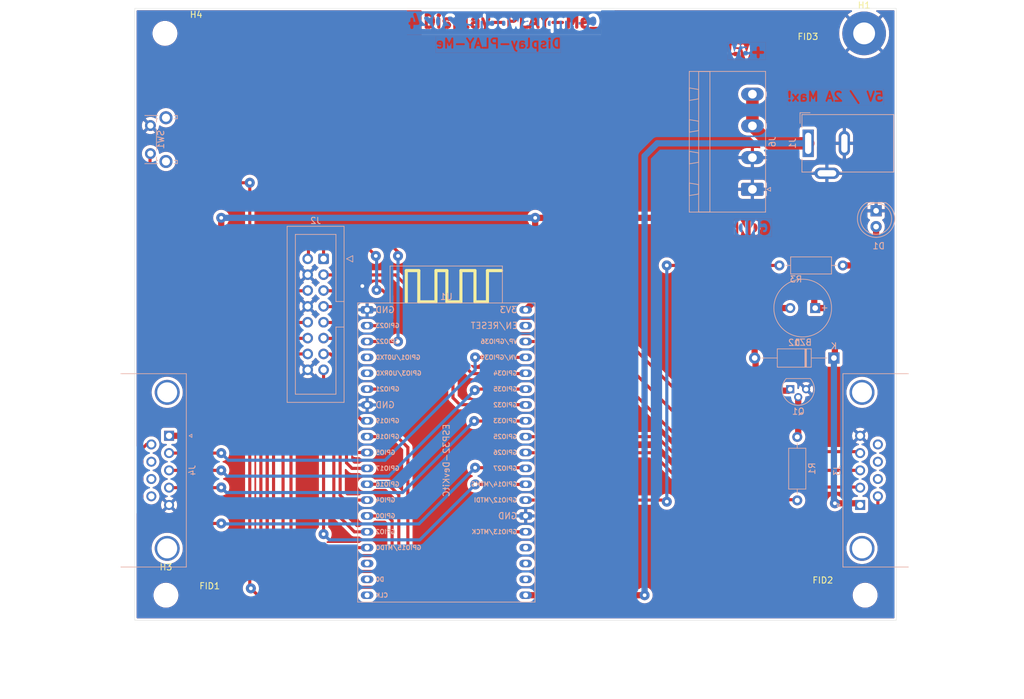
<source format=kicad_pcb>
(kicad_pcb (version 20240108) (generator "pcbnew") (generator_version "8.0")
  (title_block (title "Display-PLAY-Me") (date "2024-07-10") (rev "0.3") (company "42Nibbles") (comment 4 "Ansteuerungsplatine 32*32-RGB-DIsplay"))
  (layers (0 "F.Cu" signal) (31 "B.Cu" signal) (34 "B.Paste" user) (35 "F.Paste" user) (36 "B.SilkS" user "B.Silkscreen") (37 "F.SilkS" user "F.Silkscreen") (38 "B.Mask" user) (39 "F.Mask" user) (44 "Edge.Cuts" user))
  (net 0 "")
  (net 1 "GND")
  (net 2 "+5V")
  (net 3 "Net-(D1-A)")
  (net 8 "/B2")
  (net 9 "/D")
  (net 11 "/R1")
  (net 12 "/A")
  (net 13 "/C")
  (net 14 "/R2")
  (net 15 "Net-(J2-Pin_2)")
  (net 16 "/G2")
  (net 17 "/B1")
  (net 18 "/OE")
  (net 19 "/LAT")
  (net 20 "/B")
  (net 22 "/CLK")
  (net 23 "/SEL1")
  (net 24 "/V1")
  (net 25 "Net-(U1-SENSOR_VP{slash}GPIO36{slash}ADC1_CH0)")
  (net 26 "+3.3V")
  (net 27 "/FIRE1")
  (net 28 "/V2")
  (net 30 "/SEL2")
  (net 32 "/FIRE2")
  (net 34 "/H2")
  (net 35 "/Audio")
  (net 36 "Net-(U1-*MTDI{slash}GPIO12{slash}ADC2_CH5)")
  (net 37 "/Pause")
  (net 44 "Net-(BZ1--)")
  (net 45 "Net-(Q1-B)")
  (footprint "Fiducial:Fiducial_1.5mm_Mask3mm" (layer "F.Cu") (at 195.84 56)
    (property "Reference" "FID3" (at 0 -2.4765 0) (layer "F.SilkS"))
    (property "Value" "Fiducial")
    (pad "" smd circle (at 0 0) (size 1.5 1.5) (layers "F.Cu" "F.Mask" "Eco1.User") (clearance 0.75))
  )
  (footprint "MountingHole:MountingHole_3.5mm" (layer "F.Cu") (at 93 143)
    (property "Reference" "H3" (at 0 -4.5 0) (layer "F.SilkS"))
    (property "Value" "MountingHole")
    (pad "" np_thru_hole circle (at 0 0) (size 3.5 3.5) (drill 3.5) (layers "*.Cu" "*.Mask"))
  )
  (footprint "MountingHole:MountingHole_3.5mm" (layer "F.Cu") (at 205 143)
    (property "Reference" "H2" (hide yes))
    (property "Value" "MountingHole")
    (pad "" np_thru_hole circle (at 0 0) (size 3.5 3.5) (drill 3.5) (layers "*.Cu" "*.Mask"))
  )
  (footprint "MountingHole:MountingHole_3.5mm" (layer "F.Cu") (at 92.84 53)
    (property "Reference" "H4" (at 5 -3 0) (layer "F.SilkS"))
    (property "Value" "MountingHole")
    (pad "" np_thru_hole circle (at 0 0) (size 3.5 3.5) (drill 3.5) (layers "*.Cu" "*.Mask"))
  )
  (footprint "MountingHole:MountingHole_3.5mm_Pad_TopBottom" (layer "F.Cu") (at 204.84 53)
    (property "Reference" "H1" (at 0 -4.5 0) (layer "F.SilkS"))
    (property "Value" "MountingHole_Pad")
    (pad "1" thru_hole circle (at 0 0) (size 3.9 3.9) (drill 3.5) (layers "*.Cu" "*.Mask") (net 1 "GND"))
    (pad "1" connect circle (at 0 0) (size 7 7) (layers "F.Cu" "F.Mask") (net 1 "GND"))
    (pad "1" connect circle (at 0 0) (size 7 7) (layers "B.Cu" "B.Mask") (net 1 "GND"))
  )
  (footprint "Fiducial:Fiducial_1.5mm_Mask3mm" (layer "F.Cu") (at 100 144)
    (property "Reference" "FID1" (at 0 -2.4765 0) (layer "F.SilkS"))
    (property "Value" "Fiducial")
    (pad "" smd circle (at 0 0) (size 1.5 1.5) (layers "F.Cu" "F.Mask" "Eco1.User") (clearance 0.75))
  )
  (footprint "Fiducial:Fiducial_1.5mm_Mask3mm" (layer "F.Cu") (at 198.2216 143.0782)
    (property "Reference" "FID2" (at 0 -2.4765 0) (layer "F.SilkS"))
    (property "Value" "Fiducial")
    (pad "" smd circle (at 0 0) (size 1.5 1.5) (layers "F.Cu" "F.Mask" "Eco1.User") (clearance 0.75))
  )
  (footprint "Button_Switch_THT:SW_Tactile_SPST_Angled_PTS645Vx31-2LFS" (layer "B.Cu") (at 90.51 67.76 -90)
    (property "Reference" "SW1" (at 2.25 -1.68 90) (layer "B.SilkS") (effects (justify mirror)))
    (property "Value" "SW_Push")
    (pad "" thru_hole circle (at -1.25 -2.49 270) (size 2.1 2.1) (drill 1.3) (layers "*.Cu" "*.Mask"))
    (pad "" thru_hole circle (at 5.76 -2.49 270) (size 2.1 2.1) (drill 1.3) (layers "*.Cu" "*.Mask"))
    (pad "1" thru_hole circle (at 0 0 270) (size 1.75 1.75) (drill 0.99) (layers "*.Cu" "*.Mask") (net 1 "GND"))
    (pad "2" thru_hole circle (at 4.5 0 270) (size 1.75 1.75) (drill 0.99) (layers "*.Cu" "*.Mask") (net 37 "/Pause"))
  )
  (footprint "Diode_THT:D_A-405_P12.70mm_Horizontal" (layer "B.Cu") (at 200 105 180)
    (property "Reference" "D2" (at 6.35 2.47 0) (layer "B.SilkS") (effects (justify mirror)))
    (property "Value" "1N4148WT")
    (fp_text user "K" (at 0 1.9 0) (layer "B.SilkS") (effects (justify mirror)))
    (pad "1" thru_hole rect (at 0 0 180) (size 1.8 1.8) (drill 0.9) (layers "*.Cu" "*.Mask") (net 26 "+3.3V"))
    (pad "2" thru_hole oval (at 12.7 0 180) (size 1.8 1.8) (drill 0.9) (layers "*.Cu" "*.Mask") (net 44 "Net-(BZ1--)"))
  )
  (footprint "LED_THT:LED_D5.0mm_IRGrey" (layer "B.Cu") (at 206.756 81.413 -90)
    (property "Reference" "D1" (at 5.6438 -0.4064 0) (layer "B.SilkS") (effects (justify mirror)))
    (property "Value" "LD271")
    (pad "1" thru_hole rect (at 0 0 270) (size 1.8 1.8) (drill 0.9) (layers "*.Cu" "*.Mask") (net 1 "GND"))
    (pad "2" thru_hole circle (at 2.54 0 270) (size 1.8 1.8) (drill 0.9) (layers "*.Cu" "*.Mask") (net 3 "Net-(D1-A)"))
  )
  (footprint "Package_TO_SOT_THT:TO-92L" (layer "B.Cu") (at 193 110)
    (property "Reference" "Q1" (at 1.29 3.56 0) (layer "B.SilkS") (effects (justify mirror)))
    (property "Value" "NPN")
    (pad "1" thru_hole rect (at 0 0) (size 1.3 1.3) (drill 0.75) (layers "*.Cu" "*.Mask") (net 44 "Net-(BZ1--)"))
    (pad "2" thru_hole circle (at 1.28 1.27) (size 1.3 1.3) (drill 0.75) (layers "*.Cu" "*.Mask") (net 45 "Net-(Q1-B)"))
    (pad "3" thru_hole circle (at 2.54 0) (size 1.3 1.3) (drill 0.75) (layers "*.Cu" "*.Mask") (net 1 "GND"))
  )
  (footprint "Connector_Dsub:DSUB-9_Female_Horizontal_P2.77x2.84mm_EdgePinOffset4.94mm_Housed_MountingHolesOffset7.48mm" (layer "B.Cu") (at 93.5 117.46 90)
    (property "Reference" "J4" (at -5.54 3.7 -90) (layer "B.SilkS") (effects (justify mirror)))
    (property "Value" "Joy2")
    (pad "0" thru_hole circle (at -18.04 -0.3 90) (size 4 4) (drill 3.2) (layers "*.Cu" "*.Mask"))
    (pad "0" thru_hole circle (at 6.96 -0.3 90) (size 4 4) (drill 3.2) (layers "*.Cu" "*.Mask"))
    (pad "1" thru_hole rect (at 0 0 90) (size 1.6 1.6) (drill 1) (layers "*.Cu" "*.Mask") (net 26 "+3.3V"))
    (pad "2" thru_hole circle (at -2.77 0 90) (size 1.6 1.6) (drill 1) (layers "*.Cu" "*.Mask") (net 34 "/H2"))
    (pad "3" thru_hole circle (at -5.54 0 90) (size 1.6 1.6) (drill 1) (layers "*.Cu" "*.Mask") (net 28 "/V2"))
    (pad "4" thru_hole circle (at -8.31 0 90) (size 1.6 1.6) (drill 1) (layers "*.Cu" "*.Mask") (net 30 "/SEL2"))
    (pad "5" thru_hole circle (at -11.08 0 90) (size 1.6 1.6) (drill 1) (layers "*.Cu" "*.Mask") (net 1 "GND"))
    (pad "6" thru_hole circle (at -1.385 -2.84 90) (size 1.6 1.6) (drill 1) (layers "*.Cu" "*.Mask") (net 32 "/FIRE2"))
    (pad "7" thru_hole circle (at -4.155 -2.84 90) (size 1.6 1.6) (drill 1) (layers "*.Cu" "*.Mask"))
    (pad "8" thru_hole circle (at -6.925 -2.84 90) (size 1.6 1.6) (drill 1) (layers "*.Cu" "*.Mask"))
    (pad "9" thru_hole circle (at -9.695 -2.84 90) (size 1.6 1.6) (drill 1) (layers "*.Cu" "*.Mask"))
  )
  (footprint "Resistor_THT:R_Axial_DIN0207_L6.3mm_D2.5mm_P10.16mm_Horizontal" (layer "B.Cu") (at 191.262 90.17)
    (property "Reference" "R3" (at 2.667 2.2098 0) (layer "B.SilkS") (effects (justify mirror)))
    (property "Value" "330R")
    (pad "1" thru_hole circle (at 0 0) (size 1.6 1.6) (drill 0.8) (layers "*.Cu" "*.Mask") (net 36 "Net-(U1-*MTDI{slash}GPIO12{slash}ADC2_CH5)"))
    (pad "2" thru_hole oval (at 10.16 0) (size 1.6 1.6) (drill 0.8) (layers "*.Cu" "*.Mask") (net 3 "Net-(D1-A)"))
  )
  (footprint "Buzzer_Beeper:MagneticBuzzer_PUI_AT-0927-TT-6-R" (layer "B.Cu") (at 197 97 180)
    (property "Reference" "BZ1" (at 2 -5.5 0) (layer "B.SilkS") (effects (justify mirror)))
    (property "Value" "Buzzer")
    (fp_text user "+" (at -1.5 0.1 0) (layer "B.SilkS") (effects (justify mirror)))
    (pad "1" thru_hole rect (at 0 0 180) (size 1.6 1.6) (drill 0.9) (layers "*.Cu" "*.Mask") (net 26 "+3.3V"))
    (pad "2" thru_hole circle (at 4 0 180) (size 1.6 1.6) (drill 0.9) (layers "*.Cu" "*.Mask") (net 44 "Net-(BZ1--)"))
  )
  (footprint "Connector_BarrelJack:BarrelJack_Wuerth_6941xx301002" (layer "B.Cu") (at 195.876 70.612 -90)
    (property "Reference" "J1" (at 0 2.5 90) (layer "B.SilkS") (effects (justify mirror)))
    (property "Value" "Barrel_Jack_Switch")
    (pad "1" thru_hole rect (at 0 0 270) (size 4.4 1.8) (drill oval 3.4 1) (layers "*.Cu" "*.Mask") (net 2 "+5V"))
    (pad "2" thru_hole oval (at 0 -5.8 270) (size 4 1.8) (drill oval 3 1) (layers "*.Cu" "*.Mask") (net 1 "GND"))
    (pad "3" thru_hole oval (at 4.8 -3 180) (size 4 1.8) (drill oval 3 1) (layers "*.Cu" "*.Mask") (net 1 "GND"))
  )
  (footprint "Espressif:ESP32-DevKitC" (layer "B.Cu") (at 150.622 97.27728 180)
    (property "Reference" "U1" (at 12.70368 2.09728 0) (layer "B.SilkS") (effects (justify mirror)))
    (property "Value" "ESP32-DevKitC" (at 12.70368 -24.13272 90) (layer "B.SilkS") (effects (justify mirror)))
    (fp_text user "VP/GPIO36" (at 1.27368 -5.08272 0) (layer "B.SilkS") (effects (font (size 0.7 0.7)) (justify left mirror)))
    (fp_text user "GPIO18" (at 24.13368 -20.32272 0) (layer "B.SilkS") (effects (font (size 0.7 0.7)) (justify right mirror)))
    (fp_text user "GPIO1/U0TXD" (at 24.13368 -7.62272 0) (layer "B.SilkS") (effects (font (size 0.7 0.7)) (justify right mirror)))
    (fp_text user "GND" (at 1.27368 -33.02272 0) (layer "B.SilkS") (effects (justify left mirror)))
    (fp_text user "CLK" (at 24.13368 -45.72272 0) (layer "B.SilkS") (effects (font (size 0.7 0.7)) (justify right mirror)))
    (fp_text user "GPIO0" (at 24.13368 -33.02272 0) (layer "B.SilkS") (effects (font (size 0.7 0.7)) (justify right mirror)))
    (fp_text user "GPIO27" (at 1.27368 -25.40272 0) (layer "B.SilkS") (effects (font (size 0.7 0.7)) (justify left mirror)))
    (fp_text user "GND" (at 24.13368 -0.00272 0) (layer "B.SilkS") (effects (justify right mirror)))
    (fp_text user "GPIO21" (at 24.13368 -12.70272 0) (layer "B.SilkS") (effects (font (size 0.7 0.7)) (justify right mirror)))
    (fp_text user "GPIO25" (at 1.27368 -20.32272 0) (layer "B.SilkS") (effects (font (size 0.7 0.7)) (justify left mirror)))
    (fp_text user "D0" (at 24.13368 -43.18272 0) (layer "B.SilkS") (effects (font (size 0.7 0.7)) (justify right mirror)))
    (fp_text user "GPIO34" (at 1.27368 -10.16272 0) (layer "B.SilkS") (effects (font (size 0.7 0.7)) (justify left mirror)))
    (fp_text user "EN/RESET" (at 8.89 -2.54 0) (layer "B.SilkS") (effects (justify right mirror)))
    (fp_text user "GPIO23" (at 24.13368 -2.54272 0) (layer "B.SilkS") (effects (font (size 0.7 0.7)) (justify right mirror)))
    (fp_text user "GPIO15/MTDO" (at 24.13368 -38.10272 0) (layer "B.SilkS") (effects (font (size 0.7 0.7)) (justify right mirror)))
    (fp_text user "VN/GPIO39" (at 1.27368 -7.62272 0) (layer "B.SilkS") (effects (font (size 0.7 0.7)) (justify left mirror)))
    (fp_text user "GPIO2" (at 24.13368 -35.56272 0) (layer "B.SilkS") (effects (font (size 0.7 0.7)) (justify right mirror)))
    (fp_text user "3V3" (at 1.27368 -0.00272 0) (layer "B.SilkS") (effects (justify left mirror)))
    (fp_text user "GPIO22" (at 24.13368 -5.08272 0) (layer "B.SilkS") (effects (font (size 0.7 0.7)) (justify right mirror)))
    (fp_text user "GPIO26" (at 1.27368 -22.86272 0) (layer "B.SilkS") (effects (font (size 0.7 0.7)) (justify left mirror)))
    (fp_text user "GPIO17" (at 24.13368 -25.40272 0) (layer "B.SilkS") (effects (font (size 0.7 0.7)) (justify right mirror)))
    (fp_text user "GPIO14/MTMS" (at 1.27368 -27.94272 0) (layer "B.SilkS") (effects (font (size 0.7 0.7)) (justify left mirror)))
    (fp_text user "GPIO19" (at 24.13368 -17.78272 0) (layer "B.SilkS") (effects (font (size 0.7 0.7)) (justify right mirror)))
    (fp_text user "GPIO32" (at 1.27368 -15.24272 0) (layer "B.SilkS") (effects (font (size 0.7 0.7)) (justify left mirror)))
    (fp_text user "GPIO35" (at 1.27368 -12.70272 0) (layer "B.SilkS") (effects (font (size 0.7 0.7)) (justify left mirror)))
    (fp_text user "GPIO5" (at 24.13368 -22.86272 0) (layer "B.SilkS") (effects (font (size 0.7 0.7)) (justify right mirror)))
    (fp_text user "GPIO33" (at 1.27368 -17.78272 0) (layer "B.SilkS") (effects (font (size 0.7 0.7)) (justify left mirror)))
    (fp_text user "GPIO16" (at 24.13368 -27.94272 0) (layer "B.SilkS") (effects (font (size 0.7 0.7)) (justify right mirror)))
    (fp_text user "GPIO13/MTCK" (at 1.27368 -35.56272 0) (layer "B.SilkS") (effects (font (size 0.7 0.7)) (justify left mirror)))
    (fp_text user "GPIO12/MTDI" (at 1.27368 -30.48272 0) (layer "B.SilkS") (effects (font (size 0.7 0.7)) (justify left mirror)))
    (fp_text user "GND" (at 24.13368 -15.24272 0) (layer "B.SilkS") (effects (justify right mirror)))
    (fp_text user "GPIO4" (at 24.13368 -30.48272 0) (layer "B.SilkS") (effects (font (size 0.7 0.7)) (justify right mirror)))
    (fp_text user "GPIO3/U0RXD" (at 24.13368 -10.16272 0) (layer "B.SilkS") (effects (font (size 0.7 0.7)) (justify right mirror)))
    (pad "1" thru_hole oval (at 0.00368 -0.00272 270) (size 1.2 2) (drill 0.8) (layers "*.Cu" "*.Mask") (net 26 "+3.3V"))
    (pad "2" thru_hole oval (at 0.00368 -2.54272 270) (size 1.2 2) (drill 0.8) (layers "*.Cu" "*.Mask"))
    (pad "3" thru_hole oval (at 0.00368 -5.08272 270) (size 1.2 2) (drill 0.8) (layers "*.Cu" "*.Mask") (net 25 "Net-(U1-SENSOR_VP{slash}GPIO36{slash}ADC1_CH0)"))
    (pad "4" thru_hole oval (at 0.00368 -7.62272 270) (size 1.2 2) (drill 0.8) (layers "*.Cu" "*.Mask") (net 34 "/H2"))
    (pad "5" thru_hole oval (at 0.00368 -10.16272 270) (size 1.2 2) (drill 0.8) (layers "*.Cu" "*.Mask") (net 24 "/V1"))
    (pad "6" thru_hole oval (at 0.00368 -12.70272 270) (size 1.2 2) (drill 0.8) (layers "*.Cu" "*.Mask") (net 28 "/V2"))
    (pad "7" thru_hole oval (at 0.00368 -15.24272 270) (size 1.2 2) (drill 0.8) (layers "*.Cu" "*.Mask") (net 23 "/SEL1"))
    (pad "8" thru_hole oval (at 0.00368 -17.78272 270) (size 1.2 2) (drill 0.8) (layers "*.Cu" "*.Mask") (net 30 "/SEL2"))
    (pad "9" thru_hole oval (at 0.00368 -20.32272 270) (size 1.2 2) (drill 0.8) (layers "*.Cu" "*.Mask") (net 35 "/Audio"))
    (pad "10" thru_hole oval (at 0.00368 -22.86272 270) (size 1.2 2) (drill 0.8) (layers "*.Cu" "*.Mask") (net 27 "/FIRE1"))
    (pad "11" thru_hole oval (at 0.00368 -25.40272 270) (size 1.2 2) (drill 0.8) (layers "*.Cu" "*.Mask") (net 32 "/FIRE2"))
    (pad "12" thru_hole oval (at 0.00368 -27.94272 270) (size 1.2 2) (drill 0.8) (layers "*.Cu" "*.Mask") (net 18 "/OE"))
    (pad "13" thru_hole oval (at 0.00368 -30.48272 270) (size 1.2 2) (drill 0.8) (layers "*.Cu" "*.Mask") (net 36 "Net-(U1-*MTDI{slash}GPIO12{slash}ADC2_CH5)"))
    (pad "14" thru_hole roundrect (at 0.00368 -33.02272 270) (size 1.2 2) (drill 0.8) (layers "*.Cu" "*.Mask") (net 1 "GND"))
    (pad "15" thru_hole oval (at 0.00368 -35.56272 270) (size 1.2 2) (drill 0.8) (layers "*.Cu" "*.Mask") (net 37 "/Pause"))
    (pad "16" thru_hole oval (at 0.00368 -38.10272 270) (size 1.2 2) (drill 0.8) (layers "*.Cu" "*.Mask"))
    (pad "17" thru_hole oval (at 0.00368 -40.64272 270) (size 1.2 2) (drill 0.8) (layers "*.Cu" "*.Mask"))
    (pad "18" thru_hole oval (at 0.00368 -43.18272 270) (size 1.2 2) (drill 0.8) (layers "*.Cu" "*.Mask"))
    (pad "19" thru_hole oval (at 0.00368 -45.72272 270) (size 1.2 2) (drill 0.8) (layers "*.Cu" "*.Mask") (net 2 "+5V"))
    (pad "20" thru_hole oval (at 25.4 -45.72 270) (size 1.2 2) (drill 0.8) (layers "*.Cu" "*.Mask"))
    (pad "21" thru_hole oval (at 25.4 -43.18 270) (size 1.2 2) (drill 0.8) (layers "*.Cu" "*.Mask"))
    (pad "22" thru_hole oval (at 25.40368 -40.64272 270) (size 1.2 2) (drill 0.8) (layers "*.Cu" "*.Mask"))
    (pad "23" thru_hole oval (at 25.40368 -38.10272 270) (size 1.2 2) (drill 0.8) (layers "*.Cu" "*.Mask") (net 19 "/LAT"))
    (pad "24" thru_hole oval (at 25.40368 -35.56272 270) (size 1.2 2) (drill 0.8) (layers "*.Cu" "*.Mask") (net 22 "/CLK"))
    (pad "25" thru_hole oval (at 25.40368 -33.02272 270) (size 1.2 2) (drill 0.8) (layers "*.Cu" "*.Mask") (net 9 "/D"))
    (pad "26" thru_hole oval (at 25.40368 -30.48272 270) (size 1.2 2) (drill 0.8) (layers "*.Cu" "*.Mask") (net 13 "/C"))
    (pad "27" thru_hole oval (at 25.40368 -27.94272 270) (size 1.2 2) (drill 0.8) (layers "*.Cu" "*.Mask") (net 20 "/B"))
    (pad "28" thru_hole oval (at 25.40368 -25.40272 270) (size 1.2 2) (drill 0.8) (layers "*.Cu" "*.Mask") (net 12 "/A"))
    (pad "29" thru_hole oval (at 25.40368 -22.86272 270) (size 1.2 2) (drill 0.8) (layers "*.Cu" "*.Mask") (net 8 "/B2"))
    (pad "30" thru_hole oval (at 25.40368 -20.32272 270) (size 1.2 2) (drill 0.8) (layers "*.Cu" "*.Mask") (net 16 "/G2"))
    (pad "31" thru_hole oval (at 25.40368 -17.78272 270) (size 1.2 2) (drill 0.8) (layers "*.Cu" "*.Mask") (net 14 "/R2"))
    (pad "32" thru_hole oval (at 25.40368 -15.24272 270) (size 1.2 2) (drill 0.8) (layers "*.Cu" "*.Mask") (net 1 "GND"))
    (pad "33" thru_hole oval (at 25.40368 -12.70272 270) (size 1.2 2) (drill 0.8) (layers "*.Cu" "*.Mask") (net 17 "/B1"))
    (pad "34" thru_hole oval (at 25.40368 -10.16272 270) (size 1.2 2) (drill 0.8) (layers "*.Cu" "*.Mask"))
    (pad "35" thru_hole oval (at 25.40368 -7.62272 270) (size 1.2 2) (drill 0.8) (layers "*.Cu" "*.Mask"))
    (pad "36" thru_hole oval (at 25.40368 -5.08272 270) (size 1.2 2) (drill 0.8) (layers "*.Cu" "*.Mask") (net 15 "Net-(J2-Pin_2)"))
    (pad "37" thru_hole oval (at 25.40368 -2.54272 270) (size 1.2 2) (drill 0.8) (layers "*.Cu" "*.Mask") (net 11 "/R1"))
    (pad "38" thru_hole roundrect (at 25.40368 -0.00272 270) (size 1.2 2) (drill 0.8) (layers "*.Cu" "*.Mask") (net 1 "GND"))
  )
  (footprint "Connector_Phoenix_MSTB:PhoenixContact_MSTBA_2,5_4-G-5,08_1x04_P5.08mm_Horizontal" (layer "B.Cu") (at 186.944 77.978 90)
    (property "Reference" "J6" (at 7.62 3.2 90) (layer "B.SilkS") (effects (justify mirror)))
    (property "Value" "+5V-Display")
    (pad "1" thru_hole roundrect (at 0 0 90) (size 2.08 3.6) (drill 1.4) (layers "*.Cu" "*.Mask") (roundrect_rratio 0.120192) (net 1 "GND"))
    (pad "2" thru_hole oval (at 5.08 0 90) (size 2.08 3.6) (drill 1.4) (layers "*.Cu" "*.Mask") (net 1 "GND"))
    (pad "3" thru_hole oval (at 10.16 0 90) (size 2.08 3.6) (drill 1.4) (layers "*.Cu" "*.Mask") (net 2 "+5V"))
    (pad "4" thru_hole oval (at 15.24 0 90) (size 2.08 3.6) (drill 1.4) (layers "*.Cu" "*.Mask") (net 2 "+5V"))
  )
  (footprint "Connector_IDC:IDC-Header_2x08_P2.54mm_Vertical" (layer "B.Cu") (at 118.2475 89.11 180)
    (property "Reference" "J2" (at 1.27 6.1 0) (layer "B.SilkS") (effects (justify mirror)))
    (property "Value" "Display-IN" (hide yes))
    (pad "1" thru_hole roundrect (at 0 0 180) (size 1.7 1.7) (drill 1) (layers "*.Cu" "*.Mask") (roundrect_rratio 0.147059) (net 11 "/R1"))
    (pad "2" thru_hole circle (at 2.54 0 180) (size 1.7 1.7) (drill 1) (layers "*.Cu" "*.Mask") (net 15 "Net-(J2-Pin_2)"))
    (pad "3" thru_hole circle (at 0 -2.54 180) (size 1.7 1.7) (drill 1) (layers "*.Cu" "*.Mask") (net 17 "/B1"))
    (pad "4" thru_hole circle (at 2.54 -2.54 180) (size 1.7 1.7) (drill 1) (layers "*.Cu" "*.Mask") (net 1 "GND"))
    (pad "5" thru_hole circle (at 0 -5.08 180) (size 1.7 1.7) (drill 1) (layers "*.Cu" "*.Mask") (net 14 "/R2"))
    (pad "6" thru_hole circle (at 2.54 -5.08 180) (size 1.7 1.7) (drill 1) (layers "*.Cu" "*.Mask") (net 16 "/G2"))
    (pad "7" thru_hole circle (at 0 -7.62 180) (size 1.7 1.7) (drill 1) (layers "*.Cu" "*.Mask") (net 8 "/B2"))
    (pad "8" thru_hole circle (at 2.54 -7.62 180) (size 1.7 1.7) (drill 1) (layers "*.Cu" "*.Mask") (net 1 "GND"))
    (pad "9" thru_hole circle (at 0 -10.16 180) (size 1.7 1.7) (drill 1) (layers "*.Cu" "*.Mask") (net 12 "/A"))
    (pad "10" thru_hole circle (at 2.54 -10.16 180) (size 1.7 1.7) (drill 1) (layers "*.Cu" "*.Mask") (net 20 "/B"))
    (pad "11" thru_hole circle (at 0 -12.7 180) (size 1.7 1.7) (drill 1) (layers "*.Cu" "*.Mask") (net 13 "/C"))
    (pad "12" thru_hole circle (at 2.54 -12.7 180) (size 1.7 1.7) (drill 1) (layers "*.Cu" "*.Mask") (net 9 "/D"))
    (pad "13" thru_hole circle (at 0 -15.24 180) (size 1.7 1.7) (drill 1) (layers "*.Cu" "*.Mask") (net 22 "/CLK"))
    (pad "14" thru_hole circle (at 2.54 -15.24 180) (size 1.7 1.7) (drill 1) (layers "*.Cu" "*.Mask") (net 19 "/LAT"))
    (pad "15" thru_hole circle (at 0 -17.78 180) (size 1.7 1.7) (drill 1) (layers "*.Cu" "*.Mask") (net 18 "/OE"))
    (pad "16" thru_hole circle (at 2.54 -17.78 180) (size 1.7 1.7) (drill 1) (layers "*.Cu" "*.Mask") (net 1 "GND"))
  )
  (footprint "Resistor_THT:R_Axial_DIN0207_L6.3mm_D2.5mm_P10.16mm_Horizontal" (layer "B.Cu") (at 194.125 127.805 90)
    (property "Reference" "R1" (at 5.08 2.37 90) (layer "B.SilkS") (effects (justify mirror)))
    (property "Value" "1k")
    (pad "1" thru_hole circle (at 0 0 90) (size 1.6 1.6) (drill 0.8) (layers "*.Cu" "*.Mask") (net 35 "/Audio"))
    (pad "2" thru_hole oval (at 10.16 0 90) (size 1.6 1.6) (drill 0.8) (layers "*.Cu" "*.Mask") (net 45 "Net-(Q1-B)"))
  )
  (footprint "Connector_Dsub:DSUB-9_Female_Horizontal_P2.77x2.84mm_EdgePinOffset4.94mm_Housed_MountingHolesOffset7.48mm" (layer "B.Cu") (at 204.2 128.54 -90)
    (property "Reference" "J3" (at -5.54 3.7 90) (layer "B.SilkS") (effects (justify mirror)))
    (property "Value" "Joy1")
    (pad "0" thru_hole circle (at -18.04 -0.3 270) (size 4 4) (drill 3.2) (layers "*.Cu" "*.Mask"))
    (pad "0" thru_hole circle (at 6.96 -0.3 270) (size 4 4) (drill 3.2) (layers "*.Cu" "*.Mask"))
    (pad "1" thru_hole rect (at 0 0 270) (size 1.6 1.6) (drill 1) (layers "*.Cu" "*.Mask") (net 26 "+3.3V"))
    (pad "2" thru_hole circle (at -2.77 0 270) (size 1.6 1.6) (drill 1) (layers "*.Cu" "*.Mask") (net 25 "Net-(U1-SENSOR_VP{slash}GPIO36{slash}ADC1_CH0)"))
    (pad "3" thru_hole circle (at -5.54 0 270) (size 1.6 1.6) (drill 1) (layers "*.Cu" "*.Mask") (net 24 "/V1"))
    (pad "4" thru_hole circle (at -8.31 0 270) (size 1.6 1.6) (drill 1) (layers "*.Cu" "*.Mask") (net 23 "/SEL1"))
    (pad "5" thru_hole circle (at -11.08 0 270) (size 1.6 1.6) (drill 1) (layers "*.Cu" "*.Mask") (net 1 "GND"))
    (pad "6" thru_hole circle (at -1.385 -2.84 270) (size 1.6 1.6) (drill 1) (layers "*.Cu" "*.Mask") (net 27 "/FIRE1"))
    (pad "7" thru_hole circle (at -4.155 -2.84 270) (size 1.6 1.6) (drill 1) (layers "*.Cu" "*.Mask"))
    (pad "8" thru_hole circle (at -6.925 -2.84 270) (size 1.6 1.6) (drill 1) (layers "*.Cu" "*.Mask"))
    (pad "9" thru_hole circle (at -9.695 -2.84 270) (size 1.6 1.6) (drill 1) (layers "*.Cu" "*.Mask"))
  )
  (gr_line (start 140.25 91) (end 142.5 91) (stroke (width 0.5)) (layer "F.SilkS"))
  (gr_line (start 140.25 96) (end 140.25 91) (stroke (width 0.5)) (layer "F.SilkS"))
  (gr_line (start 131.5 91) (end 133.5 91) (stroke (width 0.5)) (layer "F.SilkS"))
  (gr_line (start 131.5 96) (end 131.5 91) (stroke (width 0.5)) (layer "F.SilkS"))
  (gr_line (start 144.5 91) (end 146.75 91) (stroke (width 0.5)) (layer "F.SilkS"))
  (gr_line (start 138 91) (end 138 96) (stroke (width 0.5)) (layer "F.SilkS"))
  (gr_line (start 144.5 96) (end 144.5 91) (stroke (width 0.5)) (layer "F.SilkS"))
  (gr_line (start 142.5 96) (end 144.5 96) (stroke (width 0.5)) (layer "F.SilkS"))
  (gr_line (start 138 96) (end 140.25 96) (stroke (width 0.5)) (layer "F.SilkS"))
  (gr_line (start 142.5 91) (end 142.5 96) (stroke (width 0.5)) (layer "F.SilkS"))
  (gr_line (start 136.25 96) (end 136.25 91) (stroke (width 0.5)) (layer "F.SilkS"))
  (gr_line (start 136.25 91) (end 138 91) (stroke (width 0.5)) (layer "F.SilkS"))
  (gr_line (start 133.5 91) (end 133.5 96) (stroke (width 0.5)) (layer "F.SilkS"))
  (gr_line (start 133.5 96) (end 136.25 96) (stroke (width 0.5)) (layer "F.SilkS"))
  (gr_line (start 88 49) (end 210 49) (stroke (width 0.05)) (layer "Edge.Cuts"))
  (gr_line (start 210 147) (end 210 49) (stroke (width 0.05)) (layer "Edge.Cuts"))
  (gr_line (start 88 115.5) (end 88 49) (stroke (width 0.05)) (layer "Edge.Cuts"))
  (gr_line (start 88 115.5) (end 88 147) (stroke (width 0.05)) (layer "Edge.Cuts"))
  (gr_line (start 88 147) (end 210 147) (stroke (width 0.05)) (layer "Edge.Cuts"))
  (gr_text "GND" (at 182.245 85.344 0) (layer "F.Cu" knockout) (effects (font (size 1.9 1.9) (thickness 0.475) (bold yes)) (justify left bottom)))
  (gr_text "+5V" (at 180.721 57.15 0) (layer "F.Cu" knockout) (effects (font (size 1.9 1.9) (thickness 0.475) (bold yes)) (justify left bottom)))
  (gr_text "Display-PLAY-Me_2\n" (at 133.9012 52.2794 0) (layer "F.Cu") (effects (font (size 2 2) (thickness 0.5) (bold yes)) (justify left bottom)))
  (gr_text "Audio" (at 209 106 90) (layer "F.Cu" knockout) (effects (font (size 1.5 1.5) (thickness 0.3) (bold yes)) (justify left bottom)))
  (gr_text "5V / 2A Max!" (at 208.153 64.008 0) (layer "B.Cu" knockout) (effects (font (size 1.5 1.5) (thickness 0.3) (bold yes)) (justify left bottom mirror)))
  (gr_text "GND" (at 190.246 85.344 0) (layer "B.Cu" knockout) (effects (font (size 1.9 1.9) (thickness 0.475) (bold yes)) (justify left bottom mirror)))
  (gr_text "+5V" (at 189.357 57.023 0) (layer "B.Cu" knockout) (effects (font (size 1.9 1.9) (thickness 0.475) (bold yes)) (justify left bottom mirror)))
  (gr_text "C@mpuswoche 2024" (at 162.908 52.324 0) (layer "B.Cu" knockout) (effects (font (size 2 2) (thickness 0.5) (bold yes)) (justify left bottom mirror)))
  (gr_text "Display-PLAY-Me" (at 156.5 55.5 0) (layer "B.Cu" knockout) (effects (font (size 1.5 1.5) (thickness 0.3) (bold yes)) (justify left bottom mirror)))
  (via (at 124.46 93.472) (size 1.6) (drill 0.6) (layers "F.Cu" "B.Cu") (net 1))
  (segment (start 150.61832 143) (end 169.67 143) (width 1) (layer "F.Cu") (net 2))
  (segment (start 189.738 70.612) (end 186.944 67.818) (width 2) (layer "F.Cu") (net 2))
  (segment (start 186.944 67.818) (end 186.944 62.738) (width 2) (layer "F.Cu") (net 2))
  (segment (start 169.672 143.002) (end 169.67 143) (width 1) (layer "F.Cu") (net 2))
  (segment (start 195.876 70.612) (end 189.738 70.612) (width 2) (layer "F.Cu") (net 2))
  (via (at 169.67 143) (size 1.6) (drill 0.6) (layers "F.Cu" "B.Cu") (net 2))
  (segment (start 171.704 70.612) (end 195.876 70.612) (width 1) (layer "B.Cu") (net 2))
  (segment (start 169.67 72.646) (end 171.704 70.612) (width 1) (layer "B.Cu") (net 2))
  (segment (start 169.67 143) (end 169.67 72.646) (width 1) (layer "B.Cu") (net 2))
  (segment (start 204.724 90.17) (end 206.756 88.138) (width 1) (layer "F.Cu") (net 3))
  (segment (start 201.422 90.17) (end 204.724 90.17) (width 1) (layer "F.Cu") (net 3))
  (segment (start 206.756 88.138) (end 206.756 83.953) (width 1) (layer "F.Cu") (net 3))
  (segment (start 118.2915 96.774) (end 118.2475 96.73) (width 0.5) (layer "F.Cu") (net 8))
  (segment (start 122.682 119.38) (end 122.682 98.044) (width 0.5) (layer "F.Cu") (net 8))
  (segment (start 122.682 98.044) (end 121.412 96.774) (width 0.5) (layer "F.Cu") (net 8))
  (segment (start 125.21832 120.14) (end 123.442 120.14) (width 0.5) (layer "F.Cu") (net 8))
  (segment (start 123.442 120.14) (end 122.682 119.38) (width 0.5) (layer "F.Cu") (net 8))
  (segment (start 121.412 96.774) (end 118.2915 96.774) (width 0.5) (layer "F.Cu") (net 8))
  (segment (start 129.225 135.9) (end 128.473 136.652) (width 0.5) (layer "F.Cu") (net 9))
  (segment (start 113.284 101.854) (end 115.6635 101.854) (width 0.5) (layer "F.Cu") (net 9))
  (segment (start 114.3 136.652) (end 111.76 134.112) (width 0.5) (layer "F.Cu") (net 9))
  (segment (start 128.45 130.3) (end 129.225 131.075) (width 0.5) (layer "F.Cu") (net 9))
  (segment (start 111.76 103.378) (end 113.284 101.854) (width 0.5) (layer "F.Cu") (net 9))
  (segment (start 129.225 131.075) (end 129.225 135.9) (width 0.5) (layer "F.Cu") (net 9))
  (segment (start 115.6635 101.854) (end 115.7075 101.81) (width 0.5) (layer "F.Cu") (net 9))
  (segment (start 128.473 136.652) (end 114.3 136.652) (width 0.5) (layer "F.Cu") (net 9))
  (segment (start 125.21832 130.3) (end 128.45 130.3) (width 0.5) (layer "F.Cu") (net 9))
  (segment (start 111.76 134.112) (end 111.76 103.378) (width 0.5) (layer "F.Cu") (net 9))
  (segment (start 126.746 94.107) (end 127.635 94.107) (width 0.5) (layer "F.Cu") (net 11))
  (segment (start 128.651 98.552) (end 127.383 99.82) (width 0.5) (layer "F.Cu") (net 11))
  (segment (start 128.651 95.123) (end 128.651 98.552) (width 0.5) (layer "F.Cu") (net 11))
  (segment (start 118.2475 87.4925) (end 118.2475 89.11) (width 0.5) (layer "F.Cu") (net 11))
  (segment (start 119.126 86.614) (end 118.2475 87.4925) (width 0.5) (layer "F.Cu") (net 11))
  (segment (start 127.383 99.82) (end 125.21832 99.82) (width 0.5) (layer "F.Cu") (net 11))
  (segment (start 126.619 88.646) (end 124.587 86.614) (width 0.5) (layer "F.Cu") (net 11))
  (segment (start 124.587 86.614) (end 119.126 86.614) (width 0.5) (layer "F.Cu") (net 11))
  (segment (start 127.635 94.107) (end 128.651 95.123) (width 0.5) (layer "F.Cu") (net 11))
  (via (at 126.619 88.646) (size 1.6) (drill 0.6) (layers "F.Cu" "B.Cu") (net 11))
  (via (at 126.746 94.107) (size 1.6) (drill 0.6) (layers "F.Cu" "B.Cu") (net 11))
  (segment (start 126.746 88.773) (end 126.746 94.107) (width 0.5) (layer "B.Cu") (net 11))
  (segment (start 126.619 88.646) (end 126.746 88.773) (width 0.5) (layer "B.Cu") (net 11))
  (segment (start 121.92 121.793) (end 121.92 100.584) (width 0.5) (layer "F.Cu") (net 12))
  (segment (start 122.807 122.68) (end 121.92 121.793) (width 0.5) (layer "F.Cu") (net 12))
  (segment (start 125.21832 122.68) (end 122.807 122.68) (width 0.5) (layer "F.Cu") (net 12))
  (segment (start 118.2915 99.314) (end 118.2475 99.27) (width 0.5) (layer "F.Cu") (net 12))
  (segment (start 121.92 100.584) (end 120.65 99.314) (width 0.5) (layer "F.Cu") (net 12))
  (segment (start 120.65 99.314) (end 118.2915 99.314) (width 0.5) (layer "F.Cu") (net 12))
  (segment (start 120.904 127) (end 120.904 102.362) (width 0.5) (layer "F.Cu") (net 13))
  (segment (start 120.904 102.362) (end 120.396 101.854) (width 0.5) (layer "F.Cu") (net 13))
  (segment (start 120.396 101.854) (end 118.2915 101.854) (width 0.5) (layer "F.Cu") (net 13))
  (segment (start 121.664 127.76) (end 120.904 127) (width 0.5) (layer "F.Cu") (net 13))
  (segment (start 118.2915 101.854) (end 118.2475 101.81) (width 0.5) (layer "F.Cu") (net 13))
  (segment (start 125.21832 127.76) (end 121.664 127.76) (width 0.5) (layer "F.Cu") (net 13))
  (segment (start 123.444 94.996) (end 122.682 94.234) (width 0.5) (layer "F.Cu") (net 14))
  (segment (start 124.458 115.06) (end 123.444 114.046) (width 0.5) (layer "F.Cu") (net 14))
  (segment (start 125.21832 115.06) (end 124.458 115.06) (width 0.5) (layer "F.Cu") (net 14))
  (segment (start 123.444 114.046) (end 123.444 94.996) (width 0.5) (layer "F.Cu") (net 14))
  (segment (start 118.2915 94.234) (end 118.2475 94.19) (width 0.5) (layer "F.Cu") (net 14))
  (segment (start 122.682 94.234) (end 118.2915 94.234) (width 0.5) (layer "F.Cu") (net 14))
  (segment (start 130.173 102.36) (end 125.21832 102.36) (width 0.5) (layer "F.Cu") (net 15))
  (segment (start 127.254 85.09) (end 117.094 85.09) (width 0.5) (layer "F.Cu") (net 15))
  (segment (start 117.094 85.09) (end 115.824 86.36) (width 0.5) (layer "F.Cu") (net 15))
  (segment (start 130.175 88.646) (end 130.175 88.011) (width 0.5) (layer "F.Cu") (net 15))
  (segment (start 130.175 102.362) (end 130.173 102.36) (width 0.5) (layer "F.Cu") (net 15))
  (segment (start 115.824 86.36) (end 115.824 88.9935) (width 0.5) (layer "F.Cu") (net 15))
  (segment (start 115.824 88.9935) (end 115.7075 89.11) (width 0.5) (layer "F.Cu") (net 15))
  (segment (start 130.175 88.011) (end 127.254 85.09) (width 0.5) (layer "F.Cu") (net 15))
  (via (at 130.175 88.646) (size 1.6) (drill 0.6) (layers "F.Cu" "B.Cu") (net 15))
  (via (at 130.175 102.362) (size 1.6) (drill 0.6) (layers "F.Cu" "B.Cu") (net 15))
  (segment (start 130.175 88.646) (end 130.175 102.362) (width 0.5) (layer "B.Cu") (net 15))
  (segment (start 130.025 117.6) (end 131.75 119.325) (width 0.5) (layer "F.Cu") (net 16))
  (segment (start 129.643 141.732) (end 114.3 141.732) (width 0.5) (layer "F.Cu") (net 16))
  (segment (start 125.21832 117.6) (end 130.025 117.6) (width 0.5) (layer "F.Cu") (net 16))
  (segment (start 108.204 135.636) (end 108.204 95.504) (width 0.5) (layer "F.Cu") (net 16))
  (segment (start 131.75 139.625) (end 129.643 141.732) (width 0.5) (layer "F.Cu") (net 16))
  (segment (start 115.6635 94.234) (end 115.7075 94.19) (width 0.5) (layer "F.Cu") (net 16))
  (segment (start 114.3 141.732) (end 108.204 135.636) (width 0.5) (layer "F.Cu") (net 16))
  (segment (start 109.474 94.234) (end 115.6635 94.234) (width 0.5) (layer "F.Cu") (net 16))
  (segment (start 108.204 95.504) (end 109.474 94.234) (width 0.5) (layer "F.Cu") (net 16))
  (segment (start 131.75 119.325) (end 131.75 139.625) (width 0.5) (layer "F.Cu") (net 16))
  (segment (start 129.794 91.694) (end 118.2915 91.694) (width 0.5) (layer "F.Cu") (net 17))
  (segment (start 125.21832 109.98) (end 130.05 109.98) (width 0.5) (layer "F.Cu") (net 17))
  (segment (start 118.2915 91.694) (end 118.2475 91.65) (width 0.5) (layer "F.Cu") (net 17))
  (segment (start 130.05 109.98) (end 132.588 107.442) (width 0.5) (layer "F.Cu") (net 17))
  (segment (start 132.588 107.442) (end 132.588 94.488) (width 0.5) (layer "F.Cu") (net 17))
  (segment (start 132.588 94.488) (end 129.794 91.694) (width 0.5) (layer "F.Cu") (net 17))
  (segment (start 150.58832 125.25) (end 150.61832 125.22) (width 0.5) (layer "F.Cu") (net 18))
  (segment (start 118.2475 133.2125) (end 118.2475 106.89) (width 0.5) (layer "F.Cu") (net 18))
  (segment (start 118.2475 133.2125) (end 118.7345 133.2125) (width 0.5) (layer "F.Cu") (net 18))
  (segment (start 142.55 125.25) (end 150.58832 125.25) (width 0.5) (layer "F.Cu") (net 18))
  (via (at 142.55 125.25) (size 1.6) (drill 0.6) (layers "F.Cu" "B.Cu") (net 18))
  (via (at 118.2475 133.2125) (size 1.6) (drill 0.6) (layers "F.Cu" "B.Cu") (net 18))
  (segment (start 118.2475 133.2125) (end 119.16 134.125) (width 0.5) (layer "B.Cu") (net 18))
  (segment (start 119.16 134.125) (end 133.675 134.125) (width 0.5) (layer "B.Cu") (net 18))
  (segment (start 133.675 134.125) (end 142.55 125.25) (width 0.5) (layer "B.Cu") (net 18))
  (segment (start 114.344 104.35) (end 113.03 105.664) (width 0.5) (layer "F.Cu") (net 19))
  (segment (start 125.21632 135.382) (end 125.21832 135.38) (width 0.5) (layer "F.Cu") (net 19))
  (segment (start 113.03 133.35) (end 115.062 135.382) (width 0.5) (layer "F.Cu") (net 19))
  (segment (start 115.7075 104.35) (end 114.344 104.35) (width 0.5) (layer "F.Cu") (net 19))
  (segment (start 115.062 135.382) (end 125.21632 135.382) (width 0.5) (layer "F.Cu") (net 19))
  (segment (start 113.03 105.664) (end 113.03 133.35) (width 0.5) (layer "F.Cu") (net 19))
  (segment (start 112.268 99.314) (end 115.6635 99.314) (width 0.5) (layer "F.Cu") (net 20))
  (segment (start 130.3 136.95) (end 128.058 139.192) (width 0.5) (layer "F.Cu") (net 20))
  (segment (start 114.554 139.192) (end 110.236 134.874) (width 0.5) (layer "F.Cu") (net 20))
  (segment (start 128.597 125.222) (end 130.3 126.925) (width 0.5) (layer "F.Cu") (net 20))
  (segment (start 125.22032 125.222) (end 128.597 125.222) (width 0.5) (layer "F.Cu") (net 20))
  (segment (start 128.058 139.192) (end 114.554 139.192) (width 0.5) (layer "F.Cu") (net 20))
  (segment (start 130.3 126.925) (end 130.3 136.95) (width 0.5) (layer "F.Cu") (net 20))
  (segment (start 110.236 134.874) (end 110.236 101.346) (width 0.5) (layer "F.Cu") (net 20))
  (segment (start 110.236 101.346) (end 112.268 99.314) (width 0.5) (layer "F.Cu") (net 20))
  (segment (start 115.6635 99.314) (end 115.7075 99.27) (width 0.5) (layer "F.Cu") (net 20))
  (segment (start 125.21832 125.22) (end 125.22032 125.222) (width 0.5) (layer "F.Cu") (net 20))
  (segment (start 118.2475 104.35) (end 119.336 104.35) (width 0.5) (layer "F.Cu") (net 22))
  (segment (start 123.19 132.842) (end 125.21632 132.842) (width 0.5) (layer "F.Cu") (net 22))
  (segment (start 119.888 104.902) (end 119.888 129.54) (width 0.5) (layer "F.Cu") (net 22))
  (segment (start 119.888 129.54) (end 123.19 132.842) (width 0.5) (layer "F.Cu") (net 22))
  (segment (start 119.336 104.35) (end 119.888 104.902) (width 0.5) (layer "F.Cu") (net 22))
  (segment (start 125.21632 132.842) (end 125.21832 132.84) (width 0.5) (layer "F.Cu") (net 22))
  (segment (start 138.9705 100.1705) (end 140.516 98.625) (width 0.5) (layer "F.Cu") (net 23))
  (segment (start 138.975 100.175) (end 138.9705 100.1705) (width 0.5) (layer "F.Cu") (net 23))
  (segment (start 140.075 112.475) (end 138.975 111.375) (width 0.5) (layer "F.Cu") (net 23))
  (segment (start 203.97 120) (end 204.2 120.23) (width 0.5) (layer "F.Cu") (net 23))
  (segment (start 140.516 98.625) (end 163.15 98.625) (width 0.5) (layer "F.Cu") (net 23))
  (segment (start 163.15 98.625) (end 184.525 120) (width 0.5) (layer "F.Cu") (net 23))
  (segment (start 184.525 120) (end 203.97 120) (width 0.5) (layer "F.Cu") (net 23))
  (segment (start 138.975 111.375) (end 138.975 100.175) (width 0.5) (layer "F.Cu") (net 23))
  (segment (start 150.61832 112.52) (end 150.57332 112.475) (width 0.5) (layer "F.Cu") (net 23))
  (segment (start 150.57332 112.475) (end 140.075 112.475) (width 0.5) (layer "F.Cu") (net 23))
  (segment (start 140.65 106.075) (end 140.625 106.1) (width 0.5) (layer "F.Cu") (net 24))
  (segment (start 141.725 101.1) (end 140.65 102.175) (width 0.5) (layer "F.Cu") (net 24))
  (segment (start 150.55832 107.5) (end 150.61832 107.44) (width 0.5) (layer "F.Cu") (net 24))
  (segment (start 140.625 106.1) (end 142.025 107.5) (width 0.5) (layer "F.Cu") (net 24))
  (segment (start 204.2 123) (end 183.675 123) (width 0.5) (layer "F.Cu") (net 24))
  (segment (start 161.775 101.1) (end 141.725 101.1) (width 0.5) (layer "F.Cu") (net 24))
  (segment (start 142.025 107.5) (end 150.55832 107.5) (width 0.5) (layer "F.Cu") (net 24))
  (segment (start 183.675 123) (end 161.775 101.1) (width 0.5) (layer "F.Cu") (net 24))
  (segment (start 140.65 102.175) (end 140.65 106.075) (width 0.5) (layer "F.Cu") (net 24))
  (segment (start 159.635 102.36) (end 182.95 125.675) (width 0.5) (layer "F.Cu") (net 25))
  (segment (start 182.95 125.675) (end 204.105 125.675) (width 0.5) (layer "F.Cu") (net 25))
  (segment (start 150.61832 102.36) (end 159.635 102.36) (width 0.5) (layer "F.Cu") (net 25))
  (segment (start 204.105 125.675) (end 204.2 125.77) (width 0.5) (layer "F.Cu") (net 25))
  (segment (start 172.72 82.55) (end 178.054 87.884) (width 1) (layer "F.Cu") (net 26))
  (segment (start 200.152 98.298) (end 200.152 104.848) (width 1) (layer "F.Cu") (net 26))
  (segment (start 200.152 128.27) (end 203.93 128.27) (width 1) (layer "F.Cu") (net 26))
  (segment (start 196.85 90.17) (end 196.85 96.85) (width 1) (layer "F.Cu") (net 26))
  (segment (start 194.564 87.884) (end 196.85 90.17) (width 1) (layer "F.Cu") (net 26))
  (segment (start 178.054 87.884) (end 194.564 87.884) (width 1) (layer "F.Cu") (net 26))
  (segment (start 152.146 82.55) (end 152.146 95.75232) (width 1) (layer "F.Cu") (net 26))
  (segment (start 198.854 97) (end 200.152 98.298) (width 1) (layer "F.Cu") (net 26))
  (segment (start 197 97) (end 198.854 97) (width 1) (layer "F.Cu") (net 26))
  (segment (start 100.726 117.46) (end 101.854 116.332) (width 1) (layer "F.Cu") (net 26))
  (segment (start 196.85 96.85) (end 197 97) (width 1) (layer "F.Cu") (net 26))
  (segment (start 152.146 82.55) (end 172.72 82.55) (width 1) (layer "F.Cu") (net 26))
  (segment (start 203.93 128.27) (end 204.2 128.54) (width 1) (layer "F.Cu") (net 26))
  (segment (start 93.5 117.46) (end 100.726 117.46) (width 1) (layer "F.Cu") (net 26))
  (segment (start 152.146 95.75232) (end 150.61832 97.28) (width 1) (layer "F.Cu") (net 26))
  (segment (start 200.152 104.848) (end 200 105) (width 1) (layer "F.Cu") (net 26))
  (segment (start 101.854 116.332) (end 101.854 82.55) (width 1) (layer "F.Cu") (net 26))
  (via (at 101.854 82.55) (size 1.6) (drill 0.6) (layers "F.Cu" "B.Cu") (net 26))
  (via (at 200.152 128.27) (size 1.6) (drill 0.6) (layers "F.Cu" "B.Cu") (net 26))
  (via (at 152.146 82.55) (size 1.6) (drill 0.6) (layers "F.Cu" "B.Cu") (net 26))
  (segment (start 101.854 82.55) (end 152.146 82.55) (width 1) (layer "B.Cu") (net 26))
  (segment (start 200 128.118) (end 200.152 128.27) (width 1) (layer "B.Cu") (net 26))
  (segment (start 200 105) (end 200 128.118) (width 1) (layer "B.Cu") (net 26))
  (segment (start 182.175 131.525) (end 170.825 120.175) (width 0.5) (layer "F.Cu") (net 27))
  (segment (start 207.04 129.935) (end 205.45 131.525) (width 0.5) (layer "F.Cu") (net 27))
  (segment (start 170.825 120.175) (end 150.65332 120.175) (width 0.5) (layer "F.Cu") (net 27))
  (segment (start 205.45 131.525) (end 182.175 131.525) (width 0.5) (layer "F.Cu") (net 27))
  (segment (start 150.65332 120.175) (end 150.61832 120.14) (width 0.5) (layer "F.Cu") (net 27))
  (segment (start 207.04 127.155) (end 207.04 129.935) (width 0.5) (layer "F.Cu") (net 27))
  (segment (start 142.645 109.98) (end 142.475 110.15) (width 0.5) (layer "F.Cu") (net 28))
  (segment (start 150.61832 109.98) (end 142.645 109.98) (width 0.5) (layer "F.Cu") (net 28))
  (segment (start 101.854 123) (end 93.5 123) (width 0.5) (layer "F.Cu") (net 28))
  (via (at 101.854 123) (size 1.6) (drill 0.6) (layers "F.Cu" "B.Cu") (net 28))
  (via (at 142.475 110.15) (size 1.6) (drill 0.6) (layers "F.Cu" "B.Cu") (net 28))
  (segment (start 101.854 123) (end 102.779 123.925) (width 0.5) (layer "B.Cu") (net 28))
  (segment (start 102.779 123.925) (end 128.7 123.925) (width 0.5) (layer "B.Cu") (net 28))
  (segment (start 128.7 123.925) (end 142.475 110.15) (width 0.5) (layer "B.Cu") (net 28))
  (segment (start 142.375 115.1) (end 150.57832 115.1) (width 0.5) (layer "F.Cu") (net 30))
  (segment (start 101.854 125.73) (end 101.814 125.77) (width 0.5) (layer "F.Cu") (net 30))
  (segment (start 101.814 125.77) (end 93.5 125.77) (width 0.5) (layer "F.Cu") (net 30))
  (segment (start 150.57832 115.1) (end 150.61832 115.06) (width 0.5) (layer "F.Cu") (net 30))
  (via (at 142.375 115.1) (size 1.6) (drill 0.6) (layers "F.Cu" "B.Cu") (net 30))
  (via (at 101.854 125.73) (size 1.6) (drill 0.6) (layers "F.Cu" "B.Cu") (net 30))
  (segment (start 130.925 126.55) (end 142.375 115.1) (width 0.5) (layer "B.Cu") (net 30))
  (segment (start 101.854 125.73) (end 102.674 126.55) (width 0.5) (layer "B.Cu") (net 30))
  (segment (start 102.674 126.55) (end 130.925 126.55) (width 0.5) (layer "B.Cu") (net 30))
  (segment (start 89.15 129.475) (end 89.15 119.575) (width 0.5) (layer "F.Cu") (net 32))
  (segment (start 101.854 131.5) (end 91.175 131.5) (width 0.5) (layer "F.Cu") (net 32))
  (segment (start 89.15 119.575) (end 89.88 118.845) (width 0.5) (layer "F.Cu") (net 32))
  (segment (start 150.51332 122.575) (end 150.61832 122.68) (width 0.5) (layer "F.Cu") (net 32))
  (segment (start 142.525 122.575) (end 150.51332 122.575) (width 0.5) (layer "F.Cu") (net 32))
  (segment (start 91.175 131.5) (end 89.15 129.475) (width 0.5) (layer "F.Cu") (net 32))
  (segment (start 89.88 118.845) (end 90.66 118.845) (width 0.5) (layer "F.Cu") (net 32))
  (via (at 142.525 122.575) (size 1.6) (drill 0.6) (layers "F.Cu" "B.Cu") (net 32))
  (via (at 101.854 131.5) (size 1.6) (drill 0.6) (layers "F.Cu" "B.Cu") (net 32))
  (segment (start 101.929 131.575) (end 133.525 131.575) (width 0.5) (layer "B.Cu") (net 32))
  (segment (start 133.525 131.575) (end 142.525 122.575) (width 0.5) (layer "B.Cu") (net 32))
  (segment (start 101.854 131.5) (end 101.929 131.575) (width 0.5) (layer "B.Cu") (net 32))
  (segment (start 142.525 104.9) (end 150.61832 104.9) (width 0.5) (layer "F.Cu") (net 34))
  (segment (start 101.854 120.23) (end 93.5 120.23) (width 0.5) (layer "F.Cu") (net 34))
  (via (at 101.854 120.23) (size 1.6) (drill 0.6) (layers "F.Cu" "B.Cu") (net 34))
  (via (at 142.525 104.9) (size 1.6) (drill 0.6) (layers "F.Cu" "B.Cu") (net 34))
  (segment (start 101.854 120.23) (end 102.999 121.375) (width 0.5) (layer "B.Cu") (net 34))
  (segment (start 128.1 121.375) (end 142.525 106.95) (width 0.5) (layer "B.Cu") (net 34))
  (segment (start 142.525 106.95) (end 142.525 104.9) (width 0.5) (layer "B.Cu") (net 34))
  (segment (start 102.999 121.375) (end 128.1 121.375) (width 0.5) (layer "B.Cu") (net 34))
  (segment (start 171.65 117.6) (end 181.75 127.7) (width 0.5) (layer "F.Cu") (net 35))
  (segment (start 150.61832 117.6) (end 171.65 117.6) (width 0.5) (layer "F.Cu") (net 35))
  (segment (start 194.02 127.7) (end 194.125 127.805) (width 0.5) (layer "F.Cu") (net 35))
  (segment (start 181.75 127.7) (end 194.02 127.7) (width 0.5) (layer "F.Cu") (net 35))
  (segment (start 150.61832 127.76) (end 172.972 127.76) (width 0.5) (layer "F.Cu") (net 36))
  (segment (start 172.972 127.76) (end 173.228 128.016) (width 0.5) (layer "F.Cu") (net 36))
  (segment (start 173.228 90.17) (end 191.262 90.17) (width 0.5) (layer "F.Cu") (net 36))
  (via (at 173.228 128.016) (size 1.6) (drill 0.6) (layers "F.Cu" "B.Cu") (net 36))
  (via (at 173.228 90.17) (size 1.6) (drill 0.6) (layers "F.Cu" "B.Cu") (net 36))
  (segment (start 173.228 128.016) (end 173.228 90.17) (width 0.5) (layer "B.Cu") (net 36))
  (segment (start 109.225 144.525) (end 129.15 144.525) (width 0.5) (layer "F.Cu") (net 37))
  (segment (start 106.425 76.925) (end 91.6066 76.9366) (width 0.5) (layer "F.Cu") (net 37))
  (segment (start 106.6 141.9) (end 109.225 144.525) (width 0.5) (layer "F.Cu") (net 37))
  (segment (start 91.6066 76.9366) (end 90.4494 75.7794) (width 0.5) (layer "F.Cu") (net 37))
  (segment (start 106.426 76.9366) (end 106.425 76.925) (width 0.5) (layer "F.Cu") (net 37))
  (segment (start 129.15 144.525) (end 140.835 132.84) (width 0.5) (layer "F.Cu") (net 37))
  (segment (start 106.425 141.725) (end 106.6 141.9) (width 0.5) (layer "F.Cu") (net 37))
  (segment (start 106.425 76.925) (end 106.425 141.725) (width 0.5) (layer "F.Cu") (net 37))
  (segment (start 90.4494 75.7794) (end 90.4494 72.3206) (width 0.5) (layer "F.Cu") (net 37))
  (segment (start 140.835 132.84) (end 150.61832 132.84) (width 0.5) (layer "F.Cu") (net 37))
  (via (at 106.6 141.9) (size 1.6) (drill 0.6) (layers "F.Cu" "B.Cu") (net 37))
  (via (at 106.425 76.925) (size 1.6) (drill 0.6) (layers "F.Cu" "B.Cu") (net 37))
  (segment (start 187.988 97) (end 193 97) (width 1) (layer "F.Cu") (net 44))
  (segment (start 187.3 105) (end 187.452 105.152) (width 1) (layer "F.Cu") (net 44))
  (segment (start 187.452 108.712) (end 188.976 110.236) (width 1) (layer "F.Cu") (net 44))
  (segment (start 192.764 110.236) (end 193 110) (width 1) (layer "F.Cu") (net 44))
  (segment (start 188.976 110.236) (end 192.764 110.236) (width 1) (layer "F.Cu") (net 44))
  (segment (start 187.3 105) (end 187.3 97.688) (width 1) (layer "F.Cu") (net 44))
  (segment (start 187.3 97.688) (end 187.988 97) (width 1) (layer "F.Cu") (net 44))
  (segment (start 187.452 105.152) (end 187.452 108.712) (width 1) (layer "F.Cu") (net 44))
  (segment (start 194.28 111.27) (end 194.28 117.49) (width 1) (layer "F.Cu") (net 45))
  (segment (start 194.28 117.49) (end 194.125 117.645) (width 1) (layer "F.Cu") (net 45))
  (zone (net 1) (net_name "GND") (layers "F&B.Cu") (priority 1) (connect_pads (clearance 0.5)) (min_thickness 0.25) (fill yes (thermal_gap 0.5) (thermal_bridge_width 0.5))
    (polygon (pts (xy 88 147) (xy 210 147) (xy 210 49) (xy 88 49)))
  )
)
</source>
